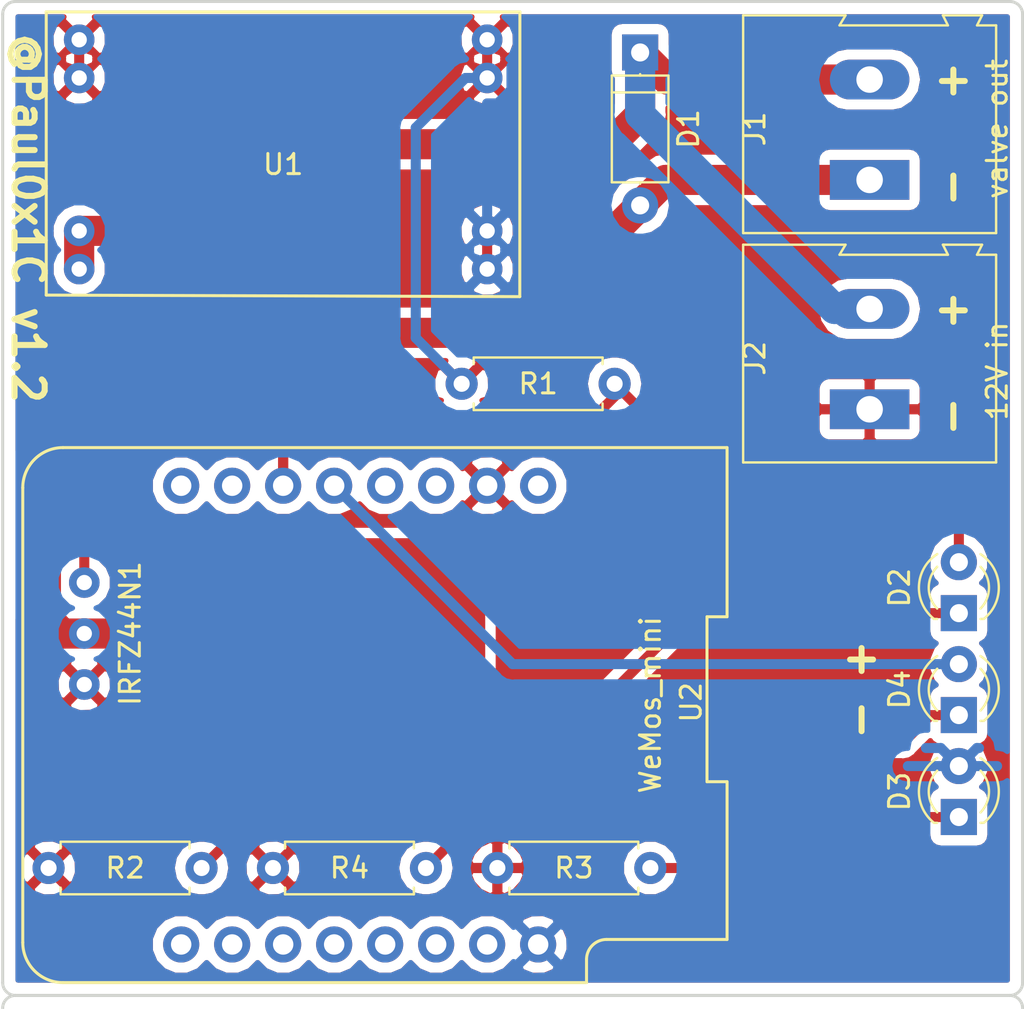
<source format=kicad_pcb>
(kicad_pcb (version 20171130) (host pcbnew 5.0.1)
  (layers (0 F.Cu signal) (31 B.Cu signal) (34 B.Paste user) (35 F.Paste user) (36 B.SilkS user) (37 F.SilkS user) (38 B.Mask user) (39 F.Mask user) (44 Edge.Cuts user))
  (net 0 "")
  (net 1 +12V)
  (net 2 "Net-(D1-Pad2)")
  (net 3 GND)
  (net 4 "Net-(U2-Pad1)")
  (net 5 "Net-(U2-Pad15)")
  (net 6 "Net-(U2-Pad14)")
  (net 7 "Net-(U2-Pad3)")
  (net 8 "Net-(U2-Pad13)")
  (net 9 "Net-(U2-Pad4)")
  (net 10 "Net-(U2-Pad12)")
  (net 11 "Net-(U2-Pad10)")
  (net 12 "Net-(U2-Pad7)")
  (net 13 "Net-(U2-Pad8)")
  (net 14 "Net-(D2-Pad1)")
  (net 15 "Net-(D2-Pad2)")
  (net 16 "Net-(D3-Pad1)")
  (net 17 "Net-(D4-Pad1)")
  (net 18 "Net-(D4-Pad2)")
  (net 19 +3V3)
  (net 20 "Net-(D3-Pad2)")
  (net 21 "Net-(JP1-Pad1)")
  (net 22 "Net-(JP1-Pad2)")
  (module Resistors_THT:R_Axial_DIN0207_L6.3mm_D2.5mm_P7.62mm_Horizontal (layer F.Cu) (at 157.988 101.6 180)
    (fp_text reference R3 (at 3.81 0 180) (layer F.SilkS))
    (fp_text value R)
    (fp_line (start 0.6 -0.98) (end 0.6 -1.31) (layer F.SilkS) (width 0.12))
    (fp_line (start 0.6 -1.31) (end 7.02 -1.31) (layer F.SilkS) (width 0.12))
    (fp_line (start 7.02 -1.31) (end 7.02 -0.98) (layer F.SilkS) (width 0.12))
    (fp_line (start 0.6 0.98) (end 0.6 1.31) (layer F.SilkS) (width 0.12))
    (fp_line (start 0.6 1.31) (end 7.02 1.31) (layer F.SilkS) (width 0.12))
    (fp_line (start 7.02 1.31) (end 7.02 0.98) (layer F.SilkS) (width 0.12))
    (pad 1 thru_hole circle (at 0 0 180) (size 1.6 1.6) (drill 0.8) (layers *.Cu *.Mask) (net 16 "Net-(D3-Pad1)"))
    (pad 2 thru_hole oval (at 7.62 0 180) (size 1.6 1.6) (drill 0.8) (layers *.Cu *.Mask) (net 3 GND))
  )
  (module LEDs:LED_D3.0mm (layer F.Cu) (at 173.355 93.98 90)
    (fp_text reference D4 (at 1.27 -2.96 90) (layer F.SilkS))
    (fp_text value LED)
    (fp_line (start -0.29 1.08) (end -0.29 1.236) (layer F.SilkS) (width 0.12))
    (fp_line (start -0.29 -1.236) (end -0.29 -1.08) (layer F.SilkS) (width 0.12))
    (fp_arc (start 1.27 0) (end 0.229039 1.08) (angle -87.9) (layer F.SilkS) (width 0.12))
    (fp_arc (start 1.27 0) (end 0.229039 -1.08) (angle 87.9) (layer F.SilkS) (width 0.12))
    (fp_arc (start 1.27 0) (end -0.29 1.235516) (angle -108.8) (layer F.SilkS) (width 0.12))
    (fp_arc (start 1.27 0) (end -0.29 -1.235516) (angle 108.8) (layer F.SilkS) (width 0.12))
    (pad 2 thru_hole circle (at 2.54 0 90) (size 1.8 1.8) (drill 0.9) (layers *.Cu *.Mask) (net 18 "Net-(D4-Pad2)"))
    (pad 1 thru_hole rect (at 0 0 90) (size 1.8 1.8) (drill 0.9) (layers *.Cu *.Mask) (net 17 "Net-(D4-Pad1)"))
  )
  (module LEDs:LED_D3.0mm (layer F.Cu) (at 173.355 99.06 90)
    (fp_text reference D3 (at 1.27 -2.96 90) (layer F.SilkS))
    (fp_text value LED)
    (fp_arc (start 1.27 0) (end -0.29 -1.235516) (angle 108.8) (layer F.SilkS) (width 0.12))
    (fp_arc (start 1.27 0) (end -0.29 1.235516) (angle -108.8) (layer F.SilkS) (width 0.12))
    (fp_arc (start 1.27 0) (end 0.229039 -1.08) (angle 87.9) (layer F.SilkS) (width 0.12))
    (fp_arc (start 1.27 0) (end 0.229039 1.08) (angle -87.9) (layer F.SilkS) (width 0.12))
    (fp_line (start -0.29 -1.236) (end -0.29 -1.08) (layer F.SilkS) (width 0.12))
    (fp_line (start -0.29 1.08) (end -0.29 1.236) (layer F.SilkS) (width 0.12))
    (pad 1 thru_hole rect (at 0 0 90) (size 1.8 1.8) (drill 0.9) (layers *.Cu *.Mask) (net 16 "Net-(D3-Pad1)"))
    (pad 2 thru_hole circle (at 2.54 0 90) (size 1.8 1.8) (drill 0.9) (layers *.Cu *.Mask) (net 20 "Net-(D3-Pad2)"))
  )
  (module LEDs:LED_D3.0mm (layer F.Cu) (at 173.355 88.9 90)
    (fp_text reference D2 (at 1.27 -2.96 90) (layer F.SilkS))
    (fp_text value LED)
    (fp_line (start -0.29 1.08) (end -0.29 1.236) (layer F.SilkS) (width 0.12))
    (fp_line (start -0.29 -1.236) (end -0.29 -1.08) (layer F.SilkS) (width 0.12))
    (fp_arc (start 1.27 0) (end 0.229039 1.08) (angle -87.9) (layer F.SilkS) (width 0.12))
    (fp_arc (start 1.27 0) (end 0.229039 -1.08) (angle 87.9) (layer F.SilkS) (width 0.12))
    (fp_arc (start 1.27 0) (end -0.29 1.235516) (angle -108.8) (layer F.SilkS) (width 0.12))
    (fp_arc (start 1.27 0) (end -0.29 -1.235516) (angle 108.8) (layer F.SilkS) (width 0.12))
    (pad 2 thru_hole circle (at 2.54 0 90) (size 1.8 1.8) (drill 0.9) (layers *.Cu *.Mask) (net 15 "Net-(D2-Pad2)"))
    (pad 1 thru_hole rect (at 0 0 90) (size 1.8 1.8) (drill 0.9) (layers *.Cu *.Mask) (net 14 "Net-(D2-Pad1)"))
  )
  (module Resistors_THT:R_Axial_DIN0207_L6.3mm_D2.5mm_P7.62mm_Horizontal (layer F.Cu) (at 148.59 77.47)
    (fp_text reference R1 (at 3.81 0) (layer F.SilkS))
    (fp_text value 20K)
    (fp_line (start 7.02 1.31) (end 7.02 0.98) (layer F.SilkS) (width 0.12))
    (fp_line (start 0.6 1.31) (end 7.02 1.31) (layer F.SilkS) (width 0.12))
    (fp_line (start 0.6 0.98) (end 0.6 1.31) (layer F.SilkS) (width 0.12))
    (fp_line (start 7.02 -1.31) (end 7.02 -0.98) (layer F.SilkS) (width 0.12))
    (fp_line (start 0.6 -1.31) (end 7.02 -1.31) (layer F.SilkS) (width 0.12))
    (fp_line (start 0.6 -0.98) (end 0.6 -1.31) (layer F.SilkS) (width 0.12))
    (pad 2 thru_hole oval (at 7.62 0) (size 1.6 1.6) (drill 0.8) (layers *.Cu *.Mask) (net 15 "Net-(D2-Pad2)"))
    (pad 1 thru_hole circle (at 0 0) (size 1.6 1.6) (drill 0.8) (layers *.Cu *.Mask) (net 3 GND))
  )
  (module Resistors_THT:R_Axial_DIN0207_L6.3mm_D2.5mm_P7.62mm_Horizontal (layer F.Cu) (at 128.016 101.6)
    (fp_text reference R2 (at 3.81 0) (layer F.SilkS))
    (fp_text value R)
    (fp_line (start 0.6 -0.98) (end 0.6 -1.31) (layer F.SilkS) (width 0.12))
    (fp_line (start 0.6 -1.31) (end 7.02 -1.31) (layer F.SilkS) (width 0.12))
    (fp_line (start 7.02 -1.31) (end 7.02 -0.98) (layer F.SilkS) (width 0.12))
    (fp_line (start 0.6 0.98) (end 0.6 1.31) (layer F.SilkS) (width 0.12))
    (fp_line (start 0.6 1.31) (end 7.02 1.31) (layer F.SilkS) (width 0.12))
    (fp_line (start 7.02 1.31) (end 7.02 0.98) (layer F.SilkS) (width 0.12))
    (pad 1 thru_hole circle (at 0 0) (size 1.6 1.6) (drill 0.8) (layers *.Cu *.Mask) (net 3 GND))
    (pad 2 thru_hole oval (at 7.62 0) (size 1.6 1.6) (drill 0.8) (layers *.Cu *.Mask) (net 14 "Net-(D2-Pad1)"))
  )
  (module Resistors_THT:R_Axial_DIN0207_L6.3mm_D2.5mm_P7.62mm_Horizontal (layer F.Cu) (at 139.192 101.6)
    (fp_text reference R4 (at 3.81 0) (layer F.SilkS))
    (fp_text value R)
    (fp_line (start 0.6 -0.98) (end 0.6 -1.31) (layer F.SilkS) (width 0.12))
    (fp_line (start 0.6 -1.31) (end 7.02 -1.31) (layer F.SilkS) (width 0.12))
    (fp_line (start 7.02 -1.31) (end 7.02 -0.98) (layer F.SilkS) (width 0.12))
    (fp_line (start 0.6 0.98) (end 0.6 1.31) (layer F.SilkS) (width 0.12))
    (fp_line (start 0.6 1.31) (end 7.02 1.31) (layer F.SilkS) (width 0.12))
    (fp_line (start 7.02 1.31) (end 7.02 0.98) (layer F.SilkS) (width 0.12))
    (pad 1 thru_hole circle (at 0 0) (size 1.6 1.6) (drill 0.8) (layers *.Cu *.Mask) (net 3 GND))
    (pad 2 thru_hole oval (at 7.62 0) (size 1.6 1.6) (drill 0.8) (layers *.Cu *.Mask) (net 17 "Net-(D4-Pad1)"))
  )
  (module Diodes_THT:D_A-405_P7.62mm_Horizontal (layer F.Cu) (at 157.48 60.96 270)
    (fp_text reference D1 (at 3.81 -2.41 270) (layer F.SilkS))
    (fp_text value " ")
    (fp_line (start 1.99 -1.41) (end 1.99 1.41) (layer F.SilkS) (width 0.12))
    (fp_line (start 6.54 0) (end 6.47 0) (layer F.SilkS) (width 0.12))
    (fp_line (start 1.08 0) (end 1.15 0) (layer F.SilkS) (width 0.12))
    (fp_line (start 6.47 -1.41) (end 1.15 -1.41) (layer F.SilkS) (width 0.12))
    (fp_line (start 6.47 1.41) (end 6.47 -1.41) (layer F.SilkS) (width 0.12))
    (fp_line (start 1.15 1.41) (end 6.47 1.41) (layer F.SilkS) (width 0.12))
    (fp_line (start 1.15 -1.41) (end 1.15 1.41) (layer F.SilkS) (width 0.12))
    (pad 2 thru_hole oval (at 7.62 0 270) (size 1.8 1.8) (drill 0.9) (layers *.Cu *.Mask) (net 2 "Net-(D1-Pad2)"))
    (pad 1 thru_hole rect (at 0 0 270) (size 1.8 1.8) (drill 0.9) (layers *.Cu *.Mask) (net 1 +12V))
  )
  (module test_wemos:wemos-d1-mini-with-pin-header (layer F.Cu) (at 143.51 93.98 180)
    (fp_text reference U2 (at -16.51 0.635 270) (layer F.SilkS))
    (fp_text value WeMos_mini (at -14.478 0.508 270) (layer F.SilkS))
    (fp_line (start -18.3 13.33) (end 14.78 13.33) (layer F.SilkS) (width 0.15))
    (fp_line (start 16.78 11.33) (end 16.78 -11.33) (layer F.SilkS) (width 0.15))
    (fp_line (start 14.78 -13.33) (end -11.3 -13.33) (layer F.SilkS) (width 0.15))
    (fp_line (start -18.3 -11.18) (end -18.3 -3.32) (layer F.SilkS) (width 0.15))
    (fp_line (start -18.3 -3.32) (end -17.3 -3.32) (layer F.SilkS) (width 0.15))
    (fp_line (start -17.3 -3.32) (end -17.3 4.9) (layer F.SilkS) (width 0.15))
    (fp_line (start -17.3 4.9) (end -18.3 4.9) (layer F.SilkS) (width 0.15))
    (fp_line (start -18.3 4.9) (end -18.3 13.329999) (layer F.SilkS) (width 0.15))
    (fp_arc (start 14.78 -11.33) (end 14.78 -13.33) (angle 90) (layer F.SilkS) (width 0.15))
    (fp_arc (start 14.78 11.33) (end 16.78 11.33) (angle 90) (layer F.SilkS) (width 0.15))
    (fp_line (start -18.3 -11.18) (end -12.3 -11.18) (layer F.SilkS) (width 0.15))
    (fp_arc (start -12.3 -12.18) (end -11.3 -12.18) (angle 90) (layer F.SilkS) (width 0.15))
    (fp_line (start -11.3 -12.17) (end -11.3 -13.33) (layer F.SilkS) (width 0.15))
    (fp_line (start -11.3 -13.33) (end -11.3 -13.33) (layer F.SilkS) (width 0.15))
    (pad 16 thru_hole circle (at -8.89 -11.43 180) (size 1.8 1.8) (drill 1.016) (layers *.Cu *.Mask) (net 19 +3V3))
    (pad 1 thru_hole circle (at -8.89 11.43 180) (size 1.8 1.8) (drill 1.016) (layers *.Cu *.Mask) (net 4 "Net-(U2-Pad1)"))
    (pad 15 thru_hole circle (at -6.35 -11.43 180) (size 1.8 1.8) (drill 1.016) (layers *.Cu *.Mask) (net 5 "Net-(U2-Pad15)"))
    (pad 2 thru_hole circle (at -6.35 11.43 180) (size 1.8 1.8) (drill 1.016) (layers *.Cu *.Mask) (net 3 GND))
    (pad 14 thru_hole circle (at -3.81 -11.43 180) (size 1.8 1.8) (drill 1.016) (layers *.Cu *.Mask) (net 6 "Net-(U2-Pad14)"))
    (pad 3 thru_hole circle (at -3.81 11.43 180) (size 1.8 1.8) (drill 1.016) (layers *.Cu *.Mask) (net 7 "Net-(U2-Pad3)"))
    (pad 13 thru_hole circle (at -1.27 -11.43 180) (size 1.8 1.8) (drill 1.016) (layers *.Cu *.Mask) (net 8 "Net-(U2-Pad13)"))
    (pad 4 thru_hole circle (at -1.27 11.43 180) (size 1.8 1.8) (drill 1.016) (layers *.Cu *.Mask) (net 9 "Net-(U2-Pad4)"))
    (pad 12 thru_hole circle (at 1.27 -11.43 180) (size 1.8 1.8) (drill 1.016) (layers *.Cu *.Mask) (net 10 "Net-(U2-Pad12)"))
    (pad 5 thru_hole circle (at 1.27 11.43 180) (size 1.8 1.8) (drill 1.016) (layers *.Cu *.Mask) (net 18 "Net-(D4-Pad2)"))
    (pad 11 thru_hole circle (at 3.81 -11.43 180) (size 1.8 1.8) (drill 1.016) (layers *.Cu *.Mask) (net 21 "Net-(JP1-Pad1)"))
    (pad 6 thru_hole circle (at 3.81 11.43 180) (size 1.8 1.8) (drill 1.016) (layers *.Cu *.Mask) (net 15 "Net-(D2-Pad2)"))
    (pad 10 thru_hole circle (at 6.35 -11.43 180) (size 1.8 1.8) (drill 1.016) (layers *.Cu *.Mask) (net 11 "Net-(U2-Pad10)"))
    (pad 7 thru_hole circle (at 6.35 11.43 180) (size 1.8 1.8) (drill 1.016) (layers *.Cu *.Mask) (net 12 "Net-(U2-Pad7)"))
    (pad 9 thru_hole circle (at 8.89 -11.43 180) (size 1.8 1.8) (drill 1.016) (layers *.Cu *.Mask) (net 22 "Net-(JP1-Pad2)"))
    (pad 8 thru_hole circle (at 8.89 11.43 180) (size 1.8 1.8) (drill 1.016) (layers *.Cu *.Mask) (net 13 "Net-(U2-Pad8)"))
  )
  (module Connectors_Terminal_Blocks:TerminalBlock_Altech_AK300-2_P5.00mm (layer F.Cu) (at 168.91 78.74 90)
    (fp_text reference J2 (at 2.54 -5.715 90) (layer F.SilkS))
    (fp_text value "12V in" (at 1.905 6.35 90) (layer F.SilkS))
    (fp_line (start -2.65 -6.3) (end -2.65 6.3) (layer F.SilkS) (width 0.12))
    (fp_line (start -2.65 6.3) (end 7.7 6.3) (layer F.SilkS) (width 0.12))
    (fp_line (start 7.7 6.3) (end 7.7 5.35) (layer F.SilkS) (width 0.12))
    (fp_line (start 7.7 5.35) (end 8.2 5.6) (layer F.SilkS) (width 0.12))
    (fp_line (start 8.2 5.6) (end 8.2 3.7) (layer F.SilkS) (width 0.12))
    (fp_line (start 8.2 3.7) (end 8.2 3.65) (layer F.SilkS) (width 0.12))
    (fp_line (start 8.2 3.65) (end 7.7 3.9) (layer F.SilkS) (width 0.12))
    (fp_line (start 7.7 3.9) (end 7.7 -1.5) (layer F.SilkS) (width 0.12))
    (fp_line (start 7.7 -1.5) (end 8.2 -1.2) (layer F.SilkS) (width 0.12))
    (fp_line (start 8.2 -1.2) (end 8.2 -6.3) (layer F.SilkS) (width 0.12))
    (fp_line (start 8.2 -6.3) (end -2.65 -6.3) (layer F.SilkS) (width 0.12))
    (pad 1 thru_hole rect (at 0 0 90) (size 1.98 3.96) (drill 1.32) (layers *.Cu *.Mask) (net 3 GND))
    (pad 2 thru_hole oval (at 5 0 90) (size 1.98 3.96) (drill 1.32) (layers *.Cu *.Mask) (net 1 +12V))
  )
  (module Connectors_Terminal_Blocks:TerminalBlock_Altech_AK300-2_P5.00mm (layer F.Cu) (at 168.91 67.31 90)
    (fp_text reference J1 (at 2.54 -5.715 90) (layer F.SilkS))
    (fp_text value "valve out" (at 2.54 6.35 90) (layer F.SilkS))
    (fp_line (start -2.65 -6.3) (end -2.65 6.3) (layer F.SilkS) (width 0.12))
    (fp_line (start -2.65 6.3) (end 7.7 6.3) (layer F.SilkS) (width 0.12))
    (fp_line (start 7.7 6.3) (end 7.7 5.35) (layer F.SilkS) (width 0.12))
    (fp_line (start 7.7 5.35) (end 8.2 5.6) (layer F.SilkS) (width 0.12))
    (fp_line (start 8.2 5.6) (end 8.2 3.7) (layer F.SilkS) (width 0.12))
    (fp_line (start 8.2 3.7) (end 8.2 3.65) (layer F.SilkS) (width 0.12))
    (fp_line (start 8.2 3.65) (end 7.7 3.9) (layer F.SilkS) (width 0.12))
    (fp_line (start 7.7 3.9) (end 7.7 -1.5) (layer F.SilkS) (width 0.12))
    (fp_line (start 7.7 -1.5) (end 8.2 -1.2) (layer F.SilkS) (width 0.12))
    (fp_line (start 8.2 -1.2) (end 8.2 -6.3) (layer F.SilkS) (width 0.12))
    (fp_line (start 8.2 -6.3) (end -2.65 -6.3) (layer F.SilkS) (width 0.12))
    (pad 1 thru_hole rect (at 0 0 90) (size 1.98 3.96) (drill 1.32) (layers *.Cu *.Mask) (net 2 "Net-(D1-Pad2)"))
    (pad 2 thru_hole oval (at 5 0 90) (size 1.98 3.96) (drill 1.32) (layers *.Cu *.Mask) (net 1 +12V))
  )
  (module test_wemos:irlz44n (layer F.Cu) (at 135.128 89.916 180)
    (fp_text reference IRFZ44N1 (at 3.048 0 90) (layer F.SilkS))
    (fp_text value " ")
    (pad 2 thru_hole circle (at 5.334 2.54 180) (size 1.524 1.524) (drill 0.762) (layers *.Cu *.Mask) (net 15 "Net-(D2-Pad2)"))
    (pad 3 thru_hole circle (at 5.334 0 180) (size 1.524 1.524) (drill 0.762) (layers *.Cu *.Mask) (net 2 "Net-(D1-Pad2)"))
    (pad 1 thru_hole circle (at 5.334 -2.54 180) (size 1.524 1.524) (drill 0.762) (layers *.Cu *.Mask) (net 3 GND))
    (pad 3 smd rect (at -8.636 0 180) (size 12 9.5) (layers F.Cu F.Paste F.Mask) (net 2 "Net-(D1-Pad2)"))
  )
  (module stepdown:stepdown (layer F.Cu) (at 139.7 66.04)
    (fp_text reference U1 (at 0 0.5) (layer F.SilkS))
    (fp_text value stepdown)
    (fp_line (start -11.79068 -7.10184) (end 11.79068 -7.10184) (layer F.SilkS) (width 0.15))
    (fp_line (start 11.79068 -7.10184) (end 11.7856 7.0866) (layer F.SilkS) (width 0.15))
    (fp_line (start 11.7856 7.0866) (end -11.80084 7.0104) (layer F.SilkS) (width 0.15))
    (fp_line (start -11.80084 7.0104) (end -11.80084 -7.10184) (layer F.SilkS) (width 0.15))
    (fp_line (start -11.80084 -7.10184) (end -11.75512 -7.07644) (layer F.SilkS) (width 0.15))
    (pad 1 thru_hole circle (at -10.16 -5.715) (size 1.524 1.524) (drill 0.762) (layers *.Cu *.Mask) (net 3 GND))
    (pad 1 thru_hole circle (at -10.16 -3.81) (size 1.524 1.524) (drill 0.762) (layers *.Cu *.Mask) (net 3 GND))
    (pad 3 thru_hole circle (at -10.16 5.715) (size 1.524 1.524) (drill 0.762) (layers *.Cu *.Mask) (net 1 +12V))
    (pad 3 thru_hole circle (at -10.16 3.81) (size 1.524 1.524) (drill 0.762) (layers *.Cu *.Mask) (net 1 +12V))
    (pad 2 thru_hole circle (at 10.16 -5.715) (size 1.524 1.524) (drill 0.762) (layers *.Cu *.Mask) (net 3 GND))
    (pad 2 thru_hole circle (at 10.16 -3.81) (size 1.524 1.524) (drill 0.762) (layers *.Cu *.Mask) (net 3 GND))
    (pad 4 thru_hole circle (at 10.16 5.715) (size 1.524 1.524) (drill 0.762) (layers *.Cu *.Mask) (net 19 +3V3))
    (pad 4 thru_hole circle (at 10.16 3.81) (size 1.524 1.524) (drill 0.762) (layers *.Cu *.Mask) (net 19 +3V3))
  )
  (gr_text "- +" (at 168.402 92.71 90) (layer F.SilkS) (effects (font (size 1.5 1.5) (thickness 0.3))))
  (gr_text "-   +" (at 172.974 65.024 90) (layer F.SilkS) (effects (font (size 1.5 1.5) (thickness 0.3))))
  (gr_text "-   +" (at 172.974 76.454 90) (layer F.SilkS) (effects (font (size 1.5 1.5) (thickness 0.3))))
  (gr_line (start 175.895 107.95) (end 126.365 107.95) (angle 90) (layer Edge.Cuts) (width 0.15))
  (gr_arc (start 175.895 108.585) (end 175.895 107.95) (angle 90) (layer Edge.Cuts) (width 0.15))
  (gr_arc (start 126.365 108.585) (end 125.73 108.585) (angle 90) (layer Edge.Cuts) (width 0.15))
  (gr_arc (start 175.895 107.315) (end 176.53 107.315) (angle 90) (layer Edge.Cuts) (width 0.15))
  (gr_arc (start 126.365 107.315) (end 126.365 107.95) (angle 90) (layer Edge.Cuts) (width 0.15))
  (gr_line (start 126.365 107.95) (end 175.895 107.95) (angle 90) (layer Edge.Cuts) (width 0.15))
  (gr_line (start 176.53 59.055) (end 176.53 107.315) (angle 90) (layer Edge.Cuts) (width 0.15))
  (gr_text "@Paul0x1C v1.2" (at 127 69.215 270) (layer F.SilkS) (effects (font (size 1.5 1.5) (thickness 0.3))))
  (gr_arc (start 126.365 59.055) (end 125.73 59.055) (angle 90) (layer Edge.Cuts) (width 0.15))
  (gr_arc (start 175.895 59.055) (end 175.895 58.42) (angle 90) (layer Edge.Cuts) (width 0.15))
  (gr_line (start 175.895 58.42) (end 126.365 58.42) (angle 90) (layer Edge.Cuts) (width 0.15))
  (gr_line (start 176.53 59.055) (end 176.53 107.315) (angle 90) (layer Edge.Cuts) (width 0.15))
  (gr_line (start 125.73 59.055) (end 125.73 107.315) (angle 90) (layer Edge.Cuts) (width 0.15))
  (segment (start 157.48 60.96) (end 157.48 64.06) (width 1.5) (layer B.Cu) (net 1))
  (segment (start 157.48 64.06) (end 167.16 73.74) (width 1.5) (layer B.Cu) (net 1))
  (segment (start 167.16 73.74) (end 168.91 73.74) (width 1.5) (layer B.Cu) (net 1))
  (segment (start 129.54 69.85) (end 137.922 69.85) (width 1.5) (layer F.Cu) (net 1))
  (segment (start 157.48 64.06) (end 157.48 60.96) (width 1.5) (layer F.Cu) (net 1))
  (segment (start 137.922 69.85) (end 142.24 65.532) (width 1.5) (layer F.Cu) (net 1))
  (segment (start 142.24 65.532) (end 156.008 65.532) (width 1.5) (layer F.Cu) (net 1))
  (segment (start 156.008 65.532) (end 157.48 64.06) (width 1.5) (layer F.Cu) (net 1))
  (segment (start 129.54 69.85) (end 129.54 71.755) (width 1.5) (layer F.Cu) (net 1))
  (segment (start 168.91 62.31) (end 158.83 62.31) (width 1.5) (layer F.Cu) (net 1))
  (segment (start 158.83 62.31) (end 157.48 60.96) (width 1.5) (layer F.Cu) (net 1))
  (segment (start 133.858 74.93) (end 127.881999 80.906001) (width 1.5) (layer F.Cu) (net 2))
  (segment (start 127.881999 80.906001) (end 127.881999 89.081629) (width 1.5) (layer F.Cu) (net 2))
  (segment (start 127.881999 89.081629) (end 128.71637 89.916) (width 1.5) (layer F.Cu) (net 2))
  (segment (start 128.71637 89.916) (end 129.794 89.916) (width 1.5) (layer F.Cu) (net 2))
  (segment (start 152.4 73.66) (end 151.13 74.93) (width 1.5) (layer F.Cu) (net 2))
  (segment (start 151.13 74.93) (end 133.858 74.93) (width 1.5) (layer F.Cu) (net 2))
  (segment (start 152.4 73.66) (end 157.48 68.58) (width 1.5) (layer F.Cu) (net 2))
  (segment (start 158.75 67.31) (end 157.48 68.58) (width 1.5) (layer F.Cu) (net 2))
  (segment (start 168.91 67.31) (end 158.75 67.31) (width 1.5) (layer F.Cu) (net 2))
  (segment (start 129.794 89.916) (end 143.764 89.916) (width 1.5) (layer F.Cu) (net 2))
  (segment (start 149.86 60.325) (end 149.86 62.23) (width 0.5) (layer F.Cu) (net 3))
  (segment (start 129.54 62.23) (end 129.54 60.325) (width 0.5) (layer F.Cu) (net 3))
  (segment (start 146.304 64.70837) (end 146.304 75.184) (width 0.5) (layer B.Cu) (net 3))
  (segment (start 146.304 75.184) (end 148.59 77.47) (width 0.5) (layer B.Cu) (net 3))
  (segment (start 149.86 62.23) (end 148.78237 62.23) (width 0.5) (layer B.Cu) (net 3))
  (segment (start 148.78237 62.23) (end 146.304 64.70837) (width 0.5) (layer B.Cu) (net 3))
  (segment (start 152.4 96.52) (end 160.02 88.9) (width 0.5) (layer F.Cu) (net 14))
  (segment (start 160.02 88.9) (end 173.355 88.9) (width 0.5) (layer F.Cu) (net 14))
  (segment (start 140.716 96.52) (end 152.4 96.52) (width 0.5) (layer F.Cu) (net 14))
  (segment (start 135.636 101.6) (end 140.716 96.52) (width 0.5) (layer F.Cu) (net 14))
  (segment (start 133.985 79.375) (end 138.684 79.375) (width 0.5) (layer F.Cu) (net 15))
  (segment (start 138.684 79.375) (end 140.97 79.375) (width 0.5) (layer F.Cu) (net 15))
  (segment (start 139.7 80.645) (end 139.7 80.391) (width 0.5) (layer F.Cu) (net 15))
  (segment (start 139.7 80.391) (end 138.684 79.375) (width 0.5) (layer F.Cu) (net 15))
  (segment (start 129.794 83.566) (end 133.985 79.375) (width 0.5) (layer F.Cu) (net 15))
  (segment (start 129.794 87.376) (end 129.794 83.566) (width 0.5) (layer F.Cu) (net 15))
  (segment (start 173.355 86.36) (end 173.355 83.82) (width 0.5) (layer F.Cu) (net 15))
  (segment (start 173.355 83.82) (end 170.815 81.28) (width 0.5) (layer F.Cu) (net 15))
  (segment (start 170.815 81.28) (end 160.02 81.28) (width 0.5) (layer F.Cu) (net 15))
  (segment (start 160.02 81.28) (end 156.21 77.47) (width 0.5) (layer F.Cu) (net 15))
  (segment (start 156.21 77.47) (end 156.21 78.105) (width 0.5) (layer F.Cu) (net 15))
  (segment (start 156.21 78.105) (end 154.94 79.375) (width 0.5) (layer F.Cu) (net 15))
  (segment (start 154.94 79.375) (end 143.51 79.375) (width 0.5) (layer F.Cu) (net 15))
  (segment (start 139.7 80.645) (end 140.97 79.375) (width 0.5) (layer F.Cu) (net 15))
  (segment (start 140.97 79.375) (end 143.51 79.375) (width 0.5) (layer F.Cu) (net 15))
  (segment (start 139.7 80.645) (end 139.7 82.55) (width 0.5) (layer F.Cu) (net 15))
  (segment (start 139.7 82.55) (end 139.7 80.89) (width 0.5) (layer F.Cu) (net 15))
  (segment (start 163.576 101.6) (end 166.116 99.06) (width 0.5) (layer F.Cu) (net 16))
  (segment (start 166.116 99.06) (end 173.355 99.06) (width 0.5) (layer F.Cu) (net 16))
  (segment (start 157.988 101.6) (end 163.576 101.6) (width 0.5) (layer F.Cu) (net 16))
  (segment (start 154.432 98.552) (end 149.86 98.552) (width 0.5) (layer F.Cu) (net 17))
  (segment (start 149.86 98.552) (end 146.812 101.6) (width 0.5) (layer F.Cu) (net 17))
  (segment (start 157.617999 95.366001) (end 154.432 98.552) (width 0.5) (layer F.Cu) (net 17))
  (segment (start 173.355 93.98) (end 171.955 93.98) (width 0.5) (layer F.Cu) (net 17))
  (segment (start 171.955 93.98) (end 170.568999 95.366001) (width 0.5) (layer F.Cu) (net 17))
  (segment (start 170.568999 95.366001) (end 157.617999 95.366001) (width 0.5) (layer F.Cu) (net 17))
  (segment (start 173.355 91.44) (end 151.13 91.44) (width 0.5) (layer B.Cu) (net 18))
  (segment (start 151.13 91.44) (end 142.24 82.55) (width 0.5) (layer B.Cu) (net 18))
  (segment (start 149.86 69.85) (end 149.86 71.755) (width 0.5) (layer F.Cu) (net 19))
  (segment (start 149.86 63.5) (end 150.383762 63.5) (width 0.5) (layer B.Cu) (net 19))
  (segment (start 150.383762 63.5) (end 151.072001 62.811761) (width 0.5) (layer B.Cu) (net 19))
  (segment (start 151.072001 62.811761) (end 151.072001 61.648239) (width 0.5) (layer B.Cu) (net 19))
  (segment (start 149.86 64.008) (end 149.86 63.5) (width 0.5) (layer B.Cu) (net 19))
  (segment (start 149.86 69.85) (end 149.86 64.008) (width 0.5) (layer B.Cu) (net 19))
  (segment (start 173.355 96.52) (end 172.455001 95.620001) (width 0.5) (layer B.Cu) (net 20))
  (segment (start 172.455001 95.620001) (end 171.714999 95.620001) (width 0.5) (layer B.Cu) (net 20))
  (segment (start 173.355 96.52) (end 174.254999 95.620001) (width 0.5) (layer B.Cu) (net 20))
  (segment (start 174.254999 95.620001) (end 174.360001 95.620001) (width 0.5) (layer B.Cu) (net 20))
  (segment (start 173.355 96.52) (end 175.26 96.52) (width 0.5) (layer B.Cu) (net 20))
  (segment (start 173.355 96.52) (end 170.815 96.52) (width 0.5) (layer B.Cu) (net 20))
  (zone (net 3) (net_name GND) (layer F.Cu) (connect_pads (clearance 0.508)) (min_thickness 0.254) (fill yes (arc_segments 16) (thermal_gap 0.508) (thermal_bridge_width 0.508))
    (polygon (pts (xy 126.365 59.055) (xy 175.895 59.055) (xy 175.895 107.315) (xy 126.365 107.315)))
  )
  (zone (net 19) (net_name +3V3) (layer B.Cu) (connect_pads (clearance 0.508)) (min_thickness 0.254) (fill yes (arc_segments 16) (thermal_gap 0.508) (thermal_bridge_width 0.508))
    (polygon (pts (xy 126.365 59.055) (xy 175.895 59.055) (xy 175.895 107.315) (xy 126.365 107.315)))
  )
)
</source>
